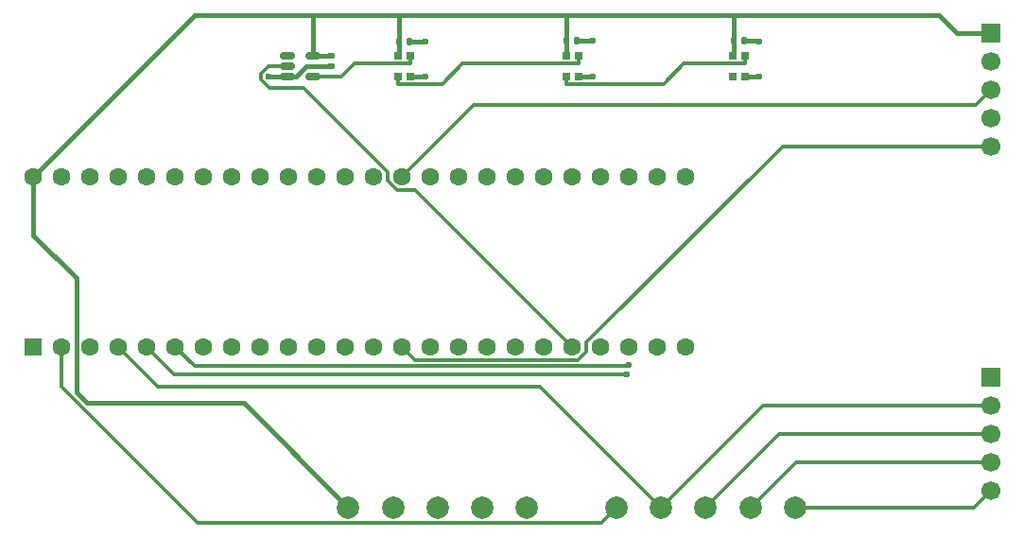
<source format=gtl>
G04 #@! TF.GenerationSoftware,KiCad,Pcbnew,9.0.4-9.0.4-0~ubuntu22.04.1*
G04 #@! TF.CreationDate,2025-10-13T12:48:48-07:00*
G04 #@! TF.ProjectId,test_arena,74657374-5f61-4726-956e-612e6b696361,rev?*
G04 #@! TF.SameCoordinates,Original*
G04 #@! TF.FileFunction,Copper,L1,Top*
G04 #@! TF.FilePolarity,Positive*
%FSLAX46Y46*%
G04 Gerber Fmt 4.6, Leading zero omitted, Abs format (unit mm)*
G04 Created by KiCad (PCBNEW 9.0.4-9.0.4-0~ubuntu22.04.1) date 2025-10-13 12:48:48*
%MOMM*%
%LPD*%
G01*
G04 APERTURE LIST*
G04 Aperture macros list*
%AMRoundRect*
0 Rectangle with rounded corners*
0 $1 Rounding radius*
0 $2 $3 $4 $5 $6 $7 $8 $9 X,Y pos of 4 corners*
0 Add a 4 corners polygon primitive as box body*
4,1,4,$2,$3,$4,$5,$6,$7,$8,$9,$2,$3,0*
0 Add four circle primitives for the rounded corners*
1,1,$1+$1,$2,$3*
1,1,$1+$1,$4,$5*
1,1,$1+$1,$6,$7*
1,1,$1+$1,$8,$9*
0 Add four rect primitives between the rounded corners*
20,1,$1+$1,$2,$3,$4,$5,0*
20,1,$1+$1,$4,$5,$6,$7,0*
20,1,$1+$1,$6,$7,$8,$9,0*
20,1,$1+$1,$8,$9,$2,$3,0*%
G04 Aperture macros list end*
G04 #@! TA.AperFunction,ComponentPad*
%ADD10C,2.000000*%
G04 #@! TD*
G04 #@! TA.AperFunction,SMDPad,CuDef*
%ADD11RoundRect,0.140000X-0.140000X-0.170000X0.140000X-0.170000X0.140000X0.170000X-0.140000X0.170000X0*%
G04 #@! TD*
G04 #@! TA.AperFunction,SMDPad,CuDef*
%ADD12RoundRect,0.150000X-0.512500X-0.150000X0.512500X-0.150000X0.512500X0.150000X-0.512500X0.150000X0*%
G04 #@! TD*
G04 #@! TA.AperFunction,ComponentPad*
%ADD13R,1.700000X1.700000*%
G04 #@! TD*
G04 #@! TA.AperFunction,ComponentPad*
%ADD14C,1.700000*%
G04 #@! TD*
G04 #@! TA.AperFunction,SMDPad,CuDef*
%ADD15RoundRect,0.140000X-0.170000X0.140000X-0.170000X-0.140000X0.170000X-0.140000X0.170000X0.140000X0*%
G04 #@! TD*
G04 #@! TA.AperFunction,SMDPad,CuDef*
%ADD16R,0.700000X0.700000*%
G04 #@! TD*
G04 #@! TA.AperFunction,ComponentPad*
%ADD17R,1.600000X1.600000*%
G04 #@! TD*
G04 #@! TA.AperFunction,ComponentPad*
%ADD18C,1.600000*%
G04 #@! TD*
G04 #@! TA.AperFunction,ViaPad*
%ADD19C,0.600000*%
G04 #@! TD*
G04 #@! TA.AperFunction,Conductor*
%ADD20C,0.400000*%
G04 #@! TD*
G04 #@! TA.AperFunction,Conductor*
%ADD21C,0.300000*%
G04 #@! TD*
G04 APERTURE END LIST*
D10*
G04 #@! TO.P,TP6,1,1*
G04 #@! TO.N,/CS0*
X104000000Y-97000000D03*
G04 #@! TD*
D11*
G04 #@! TO.P,C3,1*
G04 #@! TO.N,+5V*
X114520000Y-55240000D03*
G04 #@! TO.P,C3,2*
G04 #@! TO.N,GND*
X115480000Y-55240000D03*
G04 #@! TD*
D10*
G04 #@! TO.P,TP9,1,1*
G04 #@! TO.N,/CS3*
X116000000Y-97000000D03*
G04 #@! TD*
G04 #@! TO.P,TP2,1,1*
G04 #@! TO.N,GND*
X84000000Y-97000000D03*
G04 #@! TD*
D12*
G04 #@! TO.P,U2,1,NC*
G04 #@! TO.N,unconnected-(U2-NC-Pad1)*
X74565000Y-56540000D03*
G04 #@! TO.P,U2,2,A*
G04 #@! TO.N,/DLED*
X74565000Y-57490000D03*
G04 #@! TO.P,U2,3,GND*
G04 #@! TO.N,GND*
X74565000Y-58440000D03*
G04 #@! TO.P,U2,4,Y*
G04 #@! TO.N,Net-(D1-DIN)*
X76840000Y-58440000D03*
G04 #@! TO.P,U2,5,VCC*
G04 #@! TO.N,+5V*
X76840000Y-56540000D03*
G04 #@! TD*
D10*
G04 #@! TO.P,TP1,1,1*
G04 #@! TO.N,+5V*
X80000000Y-97000000D03*
G04 #@! TD*
G04 #@! TO.P,TP10,1,1*
G04 #@! TO.N,/EINT*
X120000000Y-97000000D03*
G04 #@! TD*
D13*
G04 #@! TO.P,J1,1,Pin_1*
G04 #@! TO.N,+5V*
X137500000Y-54520000D03*
D14*
G04 #@! TO.P,J1,2,Pin_2*
G04 #@! TO.N,GND*
X137500000Y-57060000D03*
G04 #@! TO.P,J1,3,Pin_3*
G04 #@! TO.N,/SCK*
X137500000Y-59600000D03*
G04 #@! TO.P,J1,4,Pin_4*
G04 #@! TO.N,/MOSI*
X137500000Y-62140000D03*
G04 #@! TO.P,J1,5,Pin_5*
G04 #@! TO.N,/MISO*
X137500000Y-64680000D03*
G04 #@! TD*
D15*
G04 #@! TO.P,C4,1*
G04 #@! TO.N,+5V*
X78450000Y-56540000D03*
G04 #@! TO.P,C4,2*
G04 #@! TO.N,GND*
X78450000Y-57500000D03*
G04 #@! TD*
D10*
G04 #@! TO.P,TP4,1,1*
G04 #@! TO.N,/MOSI*
X92000000Y-97000000D03*
G04 #@! TD*
G04 #@! TO.P,TP7,1,1*
G04 #@! TO.N,/CS1*
X108000000Y-97000000D03*
G04 #@! TD*
D16*
G04 #@! TO.P,D2,1,DOUT*
G04 #@! TO.N,Net-(D2-DOUT)*
X99500000Y-58400000D03*
G04 #@! TO.P,D2,2,VSS*
G04 #@! TO.N,GND*
X100600000Y-58400000D03*
G04 #@! TO.P,D2,3,DIN*
G04 #@! TO.N,Net-(D1-DOUT)*
X100600000Y-56570000D03*
G04 #@! TO.P,D2,4,VDD*
G04 #@! TO.N,+5V*
X99500000Y-56570000D03*
G04 #@! TD*
D11*
G04 #@! TO.P,C2,1*
G04 #@! TO.N,+5V*
X99520000Y-55210000D03*
G04 #@! TO.P,C2,2*
G04 #@! TO.N,GND*
X100480000Y-55210000D03*
G04 #@! TD*
D10*
G04 #@! TO.P,TP8,1,1*
G04 #@! TO.N,/CS2*
X112000000Y-97000000D03*
G04 #@! TD*
D17*
G04 #@! TO.P,U1,1,GND*
G04 #@! TO.N,GND*
X51790000Y-82620000D03*
D18*
G04 #@! TO.P,U1,2,0_RX1_CRX2_CS1*
G04 #@! TO.N,/CS0*
X54330000Y-82620000D03*
G04 #@! TO.P,U1,3,1_TX1_CTX2_MISO1*
G04 #@! TO.N,unconnected-(U1-1_TX1_CTX2_MISO1-Pad3)*
X56870000Y-82620000D03*
G04 #@! TO.P,U1,4,2_OUT2*
G04 #@! TO.N,/CS1*
X59410000Y-82620000D03*
G04 #@! TO.P,U1,5,3_LRCLK2*
G04 #@! TO.N,/CS2*
X61950000Y-82620000D03*
G04 #@! TO.P,U1,6,4_BCLK2*
G04 #@! TO.N,/CS3*
X64490000Y-82620000D03*
G04 #@! TO.P,U1,7,5_IN2*
G04 #@! TO.N,unconnected-(U1-5_IN2-Pad7)*
X67030000Y-82620000D03*
G04 #@! TO.P,U1,8,6_OUT1D*
G04 #@! TO.N,unconnected-(U1-6_OUT1D-Pad8)*
X69570000Y-82620000D03*
G04 #@! TO.P,U1,9,7_RX2_OUT1A*
G04 #@! TO.N,unconnected-(U1-7_RX2_OUT1A-Pad9)*
X72110000Y-82620000D03*
G04 #@! TO.P,U1,10,8_TX2_IN1*
G04 #@! TO.N,unconnected-(U1-8_TX2_IN1-Pad10)*
X74650000Y-82620000D03*
G04 #@! TO.P,U1,11,9_OUT1C*
G04 #@! TO.N,unconnected-(U1-9_OUT1C-Pad11)*
X77190000Y-82620000D03*
G04 #@! TO.P,U1,12,10_CS_MQSR*
G04 #@! TO.N,unconnected-(U1-10_CS_MQSR-Pad12)*
X79730000Y-82620000D03*
G04 #@! TO.P,U1,13,11_MOSI_CTX1*
G04 #@! TO.N,/MOSI*
X82270000Y-82620000D03*
G04 #@! TO.P,U1,14,12_MISO_MQSL*
G04 #@! TO.N,/MISO*
X84810000Y-82620000D03*
G04 #@! TO.P,U1,15,3V3*
G04 #@! TO.N,unconnected-(U1-3V3-Pad15)*
X87350000Y-82620000D03*
G04 #@! TO.P,U1,16,24_A10_TX6_SCL2*
G04 #@! TO.N,unconnected-(U1-24_A10_TX6_SCL2-Pad16)*
X89890000Y-82620000D03*
G04 #@! TO.P,U1,17,25_A11_RX6_SDA2*
G04 #@! TO.N,unconnected-(U1-25_A11_RX6_SDA2-Pad17)*
X92430000Y-82620000D03*
G04 #@! TO.P,U1,18,26_A12_MOSI1*
G04 #@! TO.N,unconnected-(U1-26_A12_MOSI1-Pad18)*
X94970000Y-82620000D03*
G04 #@! TO.P,U1,19,27_A13_SCK1*
G04 #@! TO.N,unconnected-(U1-27_A13_SCK1-Pad19)*
X97510000Y-82620000D03*
G04 #@! TO.P,U1,20,28_RX7*
G04 #@! TO.N,/DLED*
X100050000Y-82620000D03*
G04 #@! TO.P,U1,21,29_TX7*
G04 #@! TO.N,unconnected-(U1-29_TX7-Pad21)*
X102590000Y-82620000D03*
G04 #@! TO.P,U1,22,30_CRX3*
G04 #@! TO.N,unconnected-(U1-30_CRX3-Pad22)*
X105130000Y-82620000D03*
G04 #@! TO.P,U1,23,31_CTX3*
G04 #@! TO.N,unconnected-(U1-31_CTX3-Pad23)*
X107670000Y-82620000D03*
G04 #@! TO.P,U1,24,32_OUT1B*
G04 #@! TO.N,unconnected-(U1-32_OUT1B-Pad24)*
X110210000Y-82620000D03*
G04 #@! TO.P,U1,25,33_MCLK2*
G04 #@! TO.N,/EINT*
X110210000Y-67380000D03*
G04 #@! TO.P,U1,26,34_RX8*
G04 #@! TO.N,unconnected-(U1-34_RX8-Pad26)*
X107670000Y-67380000D03*
G04 #@! TO.P,U1,27,35_TX8*
G04 #@! TO.N,unconnected-(U1-35_TX8-Pad27)*
X105130000Y-67380000D03*
G04 #@! TO.P,U1,28,36_CS*
G04 #@! TO.N,unconnected-(U1-36_CS-Pad28)*
X102590000Y-67380000D03*
G04 #@! TO.P,U1,29,37_CS*
G04 #@! TO.N,unconnected-(U1-37_CS-Pad29)*
X100050000Y-67380000D03*
G04 #@! TO.P,U1,30,38_CS1_IN1*
G04 #@! TO.N,unconnected-(U1-38_CS1_IN1-Pad30)*
X97510000Y-67380000D03*
G04 #@! TO.P,U1,31,39_MISO1_OUT1A*
G04 #@! TO.N,unconnected-(U1-39_MISO1_OUT1A-Pad31)*
X94970000Y-67380000D03*
G04 #@! TO.P,U1,32,40_A16*
G04 #@! TO.N,unconnected-(U1-40_A16-Pad32)*
X92430000Y-67380000D03*
G04 #@! TO.P,U1,33,41_A17*
G04 #@! TO.N,unconnected-(U1-41_A17-Pad33)*
X89890000Y-67380000D03*
G04 #@! TO.P,U1,34,GND*
G04 #@! TO.N,unconnected-(U1-GND-Pad34)*
X87350000Y-67380000D03*
G04 #@! TO.P,U1,35,13_SCK_LED*
G04 #@! TO.N,/SCK*
X84810000Y-67380000D03*
G04 #@! TO.P,U1,36,14_A0_TX3_SPDIF_OUT*
G04 #@! TO.N,unconnected-(U1-14_A0_TX3_SPDIF_OUT-Pad36)*
X82270000Y-67380000D03*
G04 #@! TO.P,U1,37,15_A1_RX3_SPDIF_IN*
G04 #@! TO.N,unconnected-(U1-15_A1_RX3_SPDIF_IN-Pad37)*
X79730000Y-67380000D03*
G04 #@! TO.P,U1,38,16_A2_RX4_SCL1*
G04 #@! TO.N,unconnected-(U1-16_A2_RX4_SCL1-Pad38)*
X77190000Y-67380000D03*
G04 #@! TO.P,U1,39,17_A3_TX4_SDA1*
G04 #@! TO.N,unconnected-(U1-17_A3_TX4_SDA1-Pad39)*
X74650000Y-67380000D03*
G04 #@! TO.P,U1,40,18_A4_SDA*
G04 #@! TO.N,unconnected-(U1-18_A4_SDA-Pad40)*
X72110000Y-67380000D03*
G04 #@! TO.P,U1,41,19_A5_SCL*
G04 #@! TO.N,unconnected-(U1-19_A5_SCL-Pad41)*
X69570000Y-67380000D03*
G04 #@! TO.P,U1,42,20_A6_TX5_LRCLK1*
G04 #@! TO.N,unconnected-(U1-20_A6_TX5_LRCLK1-Pad42)*
X67030000Y-67380000D03*
G04 #@! TO.P,U1,43,21_A7_RX5_BCLK1*
G04 #@! TO.N,unconnected-(U1-21_A7_RX5_BCLK1-Pad43)*
X64490000Y-67380000D03*
G04 #@! TO.P,U1,44,22_A8_CTX1*
G04 #@! TO.N,unconnected-(U1-22_A8_CTX1-Pad44)*
X61950000Y-67380000D03*
G04 #@! TO.P,U1,45,23_A9_CRX1_MCLK1*
G04 #@! TO.N,unconnected-(U1-23_A9_CRX1_MCLK1-Pad45)*
X59410000Y-67380000D03*
G04 #@! TO.P,U1,46,3V3*
G04 #@! TO.N,unconnected-(U1-3V3-Pad46)*
X56870000Y-67380000D03*
G04 #@! TO.P,U1,47,GND*
G04 #@! TO.N,GND*
X54330000Y-67380000D03*
G04 #@! TO.P,U1,48,VIN*
G04 #@! TO.N,+5V*
X51790000Y-67380000D03*
G04 #@! TD*
D16*
G04 #@! TO.P,D1,1,DOUT*
G04 #@! TO.N,Net-(D1-DOUT)*
X84450000Y-58400000D03*
G04 #@! TO.P,D1,2,VSS*
G04 #@! TO.N,GND*
X85550000Y-58400000D03*
G04 #@! TO.P,D1,3,DIN*
G04 #@! TO.N,Net-(D1-DIN)*
X85550000Y-56570000D03*
G04 #@! TO.P,D1,4,VDD*
G04 #@! TO.N,+5V*
X84450000Y-56570000D03*
G04 #@! TD*
G04 #@! TO.P,D3,1,DOUT*
G04 #@! TO.N,unconnected-(D3-DOUT-Pad1)*
X114450000Y-58400000D03*
G04 #@! TO.P,D3,2,VSS*
G04 #@! TO.N,GND*
X115550000Y-58400000D03*
G04 #@! TO.P,D3,3,DIN*
G04 #@! TO.N,Net-(D2-DOUT)*
X115550000Y-56570000D03*
G04 #@! TO.P,D3,4,VDD*
G04 #@! TO.N,+5V*
X114450000Y-56570000D03*
G04 #@! TD*
D11*
G04 #@! TO.P,C1,1*
G04 #@! TO.N,+5V*
X84520000Y-55260000D03*
G04 #@! TO.P,C1,2*
G04 #@! TO.N,GND*
X85480000Y-55260000D03*
G04 #@! TD*
D10*
G04 #@! TO.P,TP5,1,1*
G04 #@! TO.N,/MISO*
X96000000Y-97000000D03*
G04 #@! TD*
D13*
G04 #@! TO.P,J2,1,Pin_1*
G04 #@! TO.N,/CS0*
X137500000Y-85320000D03*
D14*
G04 #@! TO.P,J2,2,Pin_2*
G04 #@! TO.N,/CS1*
X137500000Y-87860000D03*
G04 #@! TO.P,J2,3,Pin_3*
G04 #@! TO.N,/CS2*
X137500000Y-90400000D03*
G04 #@! TO.P,J2,4,Pin_4*
G04 #@! TO.N,/CS3*
X137500000Y-92940000D03*
G04 #@! TO.P,J2,5,Pin_5*
G04 #@! TO.N,/EINT*
X137500000Y-95480000D03*
G04 #@! TD*
D10*
G04 #@! TO.P,TP3,1,1*
G04 #@! TO.N,/SCK*
X88000000Y-97000000D03*
G04 #@! TD*
D19*
G04 #@! TO.N,GND*
X86925000Y-55250000D03*
X116825000Y-55250000D03*
X72875000Y-58450000D03*
X116825000Y-58400000D03*
X101925000Y-55225000D03*
X101925000Y-58425000D03*
X86875000Y-58425000D03*
G04 #@! TO.N,/CS3*
X105078400Y-84221900D03*
G04 #@! TO.N,/CS2*
X104958800Y-85073500D03*
G04 #@! TD*
D20*
G04 #@! TO.N,+5V*
X66270000Y-52900000D02*
X76850000Y-52900000D01*
X55669000Y-86694000D02*
X55669000Y-76494000D01*
X84520000Y-55260000D02*
X84520000Y-52905000D01*
X114520000Y-56500000D02*
X114450000Y-56570000D01*
X84520000Y-52905000D02*
X84525000Y-52900000D01*
X132850000Y-52900000D02*
X134470000Y-54520000D01*
X99520000Y-56550000D02*
X99500000Y-56570000D01*
X99520000Y-55210000D02*
X99520000Y-52920000D01*
X99500000Y-52900000D02*
X114500000Y-52900000D01*
X134470000Y-54520000D02*
X137500000Y-54520000D01*
X84525000Y-52900000D02*
X99500000Y-52900000D01*
X84520000Y-56500000D02*
X84450000Y-56570000D01*
X76850000Y-52900000D02*
X76840000Y-52910000D01*
X55669000Y-76494000D02*
X51790000Y-72615000D01*
X114520000Y-55240000D02*
X114520000Y-56500000D01*
X51790000Y-72615000D02*
X51790000Y-67380000D01*
X56600000Y-87625000D02*
X55669000Y-86694000D01*
X99520000Y-55210000D02*
X99520000Y-56550000D01*
X70625000Y-87625000D02*
X56600000Y-87625000D01*
X99520000Y-52920000D02*
X99500000Y-52900000D01*
X51790000Y-67380000D02*
X66270000Y-52900000D01*
X114500000Y-52900000D02*
X132850000Y-52900000D01*
X84520000Y-55260000D02*
X84520000Y-56500000D01*
X76850000Y-52900000D02*
X84525000Y-52900000D01*
X76840000Y-52910000D02*
X76840000Y-56540000D01*
X80000000Y-97000000D02*
X70625000Y-87625000D01*
X76840000Y-56540000D02*
X78450000Y-56540000D01*
X114520000Y-52920000D02*
X114500000Y-52900000D01*
X114520000Y-55240000D02*
X114520000Y-52920000D01*
G04 #@! TO.N,GND*
X101910000Y-55210000D02*
X101925000Y-55225000D01*
X86925000Y-55250000D02*
X85490000Y-55250000D01*
X76250000Y-57500000D02*
X78450000Y-57500000D01*
X74555000Y-58450000D02*
X74565000Y-58440000D01*
X74565000Y-58440000D02*
X75310000Y-58440000D01*
X72875000Y-58450000D02*
X74555000Y-58450000D01*
X86875000Y-58425000D02*
X85575000Y-58425000D01*
X85490000Y-55250000D02*
X85480000Y-55260000D01*
X116825000Y-58400000D02*
X115550000Y-58400000D01*
X75310000Y-58440000D02*
X76250000Y-57500000D01*
X85575000Y-58425000D02*
X85550000Y-58400000D01*
X115480000Y-55240000D02*
X116815000Y-55240000D01*
X116815000Y-55240000D02*
X116825000Y-55250000D01*
X101925000Y-58425000D02*
X100625000Y-58425000D01*
X100625000Y-58425000D02*
X100600000Y-58400000D01*
X100480000Y-55210000D02*
X101910000Y-55210000D01*
D21*
G04 #@! TO.N,Net-(D1-DOUT)*
X88395700Y-59101700D02*
X90225700Y-57271700D01*
X100600000Y-56570000D02*
X100600000Y-57271700D01*
X90225700Y-57271700D02*
X100600000Y-57271700D01*
X84450000Y-59101700D02*
X88395700Y-59101700D01*
X84450000Y-58400000D02*
X84450000Y-59101700D01*
G04 #@! TO.N,/DLED*
X84348600Y-68549200D02*
X83540000Y-67740600D01*
X85979200Y-68549200D02*
X84348600Y-68549200D01*
X100050000Y-82620000D02*
X85979200Y-68549200D01*
X75998600Y-59443800D02*
X72922300Y-59443800D01*
X72188200Y-58152900D02*
X72851100Y-57490000D01*
X72851100Y-57490000D02*
X74565000Y-57490000D01*
X72922300Y-59443800D02*
X72188200Y-58709700D01*
X83540000Y-66985200D02*
X75998600Y-59443800D01*
X72188200Y-58709700D02*
X72188200Y-58152900D01*
X83540000Y-67740600D02*
X83540000Y-66985200D01*
G04 #@! TO.N,Net-(D2-DOUT)*
X108215900Y-59101700D02*
X99500000Y-59101700D01*
X115550000Y-57271700D02*
X110045900Y-57271700D01*
X115550000Y-56570000D02*
X115550000Y-57271700D01*
X99500000Y-58400000D02*
X99500000Y-59101700D01*
X110045900Y-57271700D02*
X108215900Y-59101700D01*
G04 #@! TO.N,/MISO*
X84810000Y-82620000D02*
X85998900Y-83808900D01*
X101320000Y-83033800D02*
X101320000Y-82251800D01*
X100544900Y-83808900D02*
X101320000Y-83033800D01*
X85998900Y-83808900D02*
X100544900Y-83808900D01*
X118891800Y-64680000D02*
X137500000Y-64680000D01*
X101320000Y-82251800D02*
X118891800Y-64680000D01*
G04 #@! TO.N,/SCK*
X91250200Y-60939800D02*
X136160200Y-60939800D01*
X136160200Y-60939800D02*
X137500000Y-59600000D01*
X84810000Y-67380000D02*
X91250200Y-60939800D01*
G04 #@! TO.N,/CS0*
X102642600Y-98357400D02*
X66497000Y-98357400D01*
X104000000Y-97000000D02*
X102642600Y-98357400D01*
X54330000Y-86190400D02*
X54330000Y-82620000D01*
X66497000Y-98357400D02*
X54330000Y-86190400D01*
G04 #@! TO.N,/CS1*
X108000000Y-97000000D02*
X97174600Y-86174600D01*
X62964600Y-86174600D02*
X59410000Y-82620000D01*
X117140000Y-87860000D02*
X108000000Y-97000000D01*
X137500000Y-87860000D02*
X117140000Y-87860000D01*
X97174600Y-86174600D02*
X62964600Y-86174600D01*
G04 #@! TO.N,/CS3*
X66219400Y-84349400D02*
X104950900Y-84349400D01*
X116000000Y-97000000D02*
X120060000Y-92940000D01*
X64490000Y-82620000D02*
X66219400Y-84349400D01*
X120060000Y-92940000D02*
X137500000Y-92940000D01*
X104950900Y-84349400D02*
X105078400Y-84221900D01*
G04 #@! TO.N,/CS2*
X112000000Y-97000000D02*
X118600000Y-90400000D01*
X64403500Y-85073500D02*
X104958800Y-85073500D01*
X118600000Y-90400000D02*
X137500000Y-90400000D01*
X61950000Y-82620000D02*
X64403500Y-85073500D01*
G04 #@! TO.N,/EINT*
X135980000Y-97000000D02*
X120000000Y-97000000D01*
X137500000Y-95480000D02*
X135980000Y-97000000D01*
G04 #@! TO.N,Net-(D1-DIN)*
X85550000Y-57271700D02*
X80561500Y-57271700D01*
X85550000Y-56570000D02*
X85550000Y-57271700D01*
X80561500Y-57271700D02*
X79393200Y-58440000D01*
X79393200Y-58440000D02*
X76840000Y-58440000D01*
G04 #@! TD*
M02*

</source>
